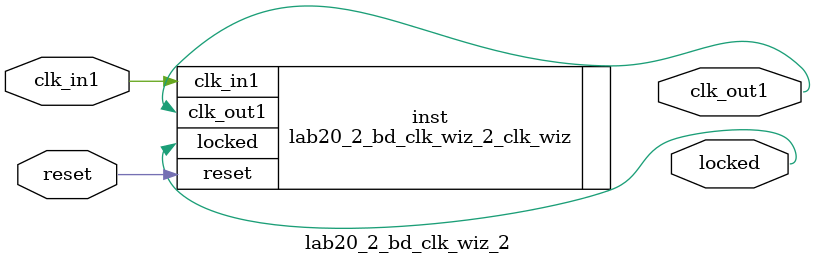
<source format=v>


`timescale 1ps/1ps

(* CORE_GENERATION_INFO = "lab20_2_bd_clk_wiz_2,clk_wiz_v6_0_15_0_0,{component_name=lab20_2_bd_clk_wiz_2,use_phase_alignment=true,use_min_o_jitter=false,use_max_i_jitter=false,use_dyn_phase_shift=false,use_inclk_switchover=false,use_dyn_reconfig=false,enable_axi=0,feedback_source=FDBK_AUTO,PRIMITIVE=MMCM,num_out_clk=1,clkin1_period=10.000,clkin2_period=10.000,use_power_down=false,use_reset=true,use_locked=true,use_inclk_stopped=false,feedback_type=SINGLE,CLOCK_MGR_TYPE=NA,manual_override=false}" *)

module lab20_2_bd_clk_wiz_2 
 (
  // Clock out ports
  output        clk_out1,
  // Status and control signals
  input         reset,
  output        locked,
 // Clock in ports
  input         clk_in1
 );

  lab20_2_bd_clk_wiz_2_clk_wiz inst
  (
  // Clock out ports  
  .clk_out1(clk_out1),
  // Status and control signals               
  .reset(reset), 
  .locked(locked),
 // Clock in ports
  .clk_in1(clk_in1)
  );

endmodule

</source>
